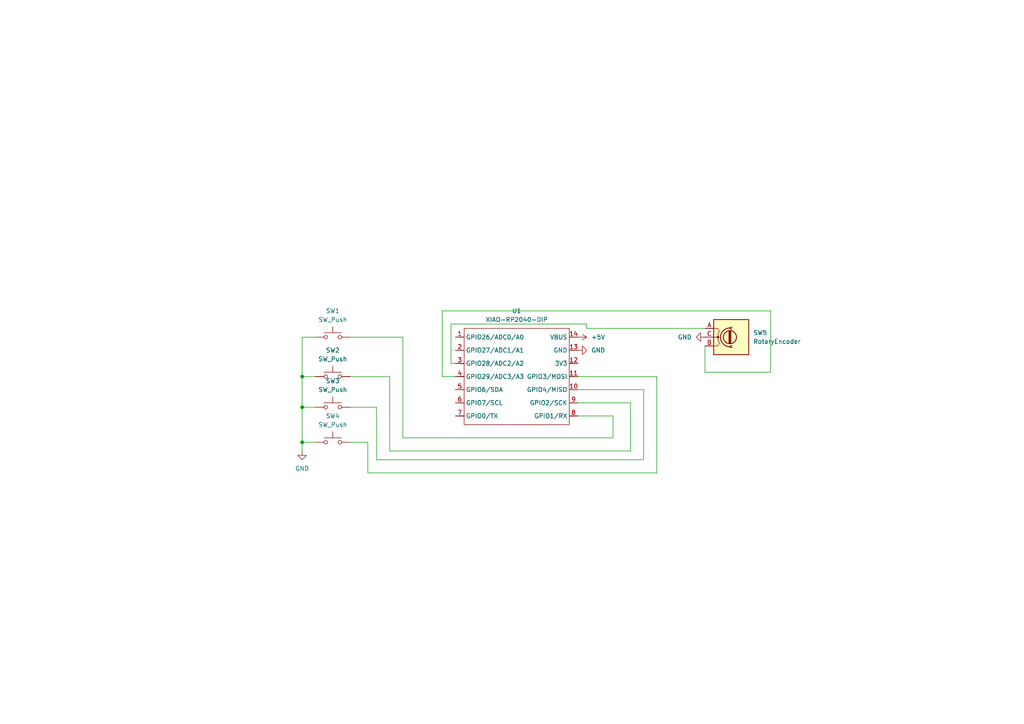
<source format=kicad_sch>
(kicad_sch (version 20250114) (generator "eeschema") (generator_version "9.0")
  (paper "A4")
  (lib_symbols
    (symbol "Device:RotaryEncoder" (pin_names (offset 0.254) (hide yes))
      (property "Reference" "SW" (at 0 6.604 0))
      (property "Value" "RotaryEncoder" (at 0 -6.604 0))
      (symbol "RotaryEncoder_0_1"
        (rectangle (start -5.08 5.08) (end 5.08 -5.08) (stroke (width 0.254)) (fill (type background)))
        (polyline (pts (xy -5.08 2.54) (xy -3.81 2.54) (xy -3.81 2.032)))
        (polyline (pts (xy -5.08 0) (xy -3.81 0) (xy -3.81 -1.016) (xy -3.302 -2.032)))
        (polyline (pts (xy -5.08 -2.54) (xy -3.81 -2.54) (xy -3.81 -2.032)))
        (polyline (pts (xy -4.318 0) (xy -3.81 0) (xy -3.81 1.016) (xy -3.302 2.032)))
        (circle (center -3.81 0) (radius 0.254) (fill (type outline)))
        (polyline (pts (xy -0.635 -1.778) (xy -0.635 1.778)) (stroke (width 0.254)))
        (circle (center -0.381 0) (radius 1.905) (stroke (width 0.254)))
        (polyline (pts (xy -0.381 -1.778) (xy -0.381 1.778)) (stroke (width 0.254)))
        (arc (start -0.381 -2.794) (mid -3.0988 -0.0635) (end -0.381 2.667) (stroke (width 0.254)))
        (polyline (pts (xy -0.127 1.778) (xy -0.127 -1.778)) (stroke (width 0.254)))
        (polyline (pts (xy 0.254 2.921) (xy -0.508 2.667) (xy 0.127 2.286)) (stroke (width 0.254)))
        (polyline (pts (xy 0.254 -3.048) (xy -0.508 -2.794) (xy 0.127 -2.413)) (stroke (width 0.254)))
      )
      (symbol "RotaryEncoder_1_1"
        (pin passive line (at -7.62 2.54 0) (length 2.54) (name "A") (number "A"))
        (pin passive line (at -7.62 0 0) (length 2.54) (name "C") (number "C"))
        (pin passive line (at -7.62 -2.54 0) (length 2.54) (name "B") (number "B"))
      )
    )
    (symbol "OPL Library:XIAO-RP2040-DIP"
      (property "Reference" "U" (at 0 0 0))
      (property "Value" "XIAO-RP2040-DIP" (at 5.334 -1.778 0))
      (symbol "XIAO-RP2040-DIP_1_0"
        (polyline (pts (xy -1.27 -2.54) (xy 29.21 -2.54)) (stroke (width 0.1524)))
        (polyline (pts (xy -1.27 -5.08) (xy -2.54 -5.08)) (stroke (width 0.1524)))
        (polyline (pts (xy -1.27 -5.08) (xy -1.27 -2.54)) (stroke (width 0.1524)))
        (polyline (pts (xy -1.27 -8.89) (xy -2.54 -8.89)) (stroke (width 0.1524)))
        (polyline (pts (xy -1.27 -8.89) (xy -1.27 -5.08)) (stroke (width 0.1524)))
        (polyline (pts (xy -1.27 -12.7) (xy -2.54 -12.7)) (stroke (width 0.1524)))
        (polyline (pts (xy -1.27 -12.7) (xy -1.27 -8.89)) (stroke (width 0.1524)))
        (polyline (pts (xy -1.27 -16.51) (xy -2.54 -16.51)) (stroke (width 0.1524)))
        (polyline (pts (xy -1.27 -16.51) (xy -1.27 -12.7)) (stroke (width 0.1524)))
        (polyline (pts (xy -1.27 -20.32) (xy -2.54 -20.32)) (stroke (width 0.1524)))
        (polyline (pts (xy -1.27 -24.13) (xy -2.54 -24.13)) (stroke (width 0.1524)))
        (polyline (pts (xy -1.27 -27.94) (xy -2.54 -27.94)) (stroke (width 0.1524)))
        (polyline (pts (xy -1.27 -30.48) (xy -1.27 -16.51)) (stroke (width 0.1524)))
        (polyline (pts (xy 29.21 -2.54) (xy 29.21 -5.08)) (stroke (width 0.1524)))
        (polyline (pts (xy 29.21 -5.08) (xy 29.21 -8.89)) (stroke (width 0.1524)))
        (polyline (pts (xy 29.21 -8.89) (xy 29.21 -12.7)) (stroke (width 0.1524)))
        (polyline (pts (xy 29.21 -12.7) (xy 29.21 -30.48)) (stroke (width 0.1524)))
        (polyline (pts (xy 29.21 -30.48) (xy -1.27 -30.48)) (stroke (width 0.1524)))
        (polyline (pts (xy 30.48 -5.08) (xy 29.21 -5.08)) (stroke (width 0.1524)))
        (polyline (pts (xy 30.48 -8.89) (xy 29.21 -8.89)) (stroke (width 0.1524)))
        (polyline (pts (xy 30.48 -12.7) (xy 29.21 -12.7)) (stroke (width 0.1524)))
        (polyline (pts (xy 30.48 -16.51) (xy 29.21 -16.51)) (stroke (width 0.1524)))
        (polyline (pts (xy 30.48 -20.32) (xy 29.21 -20.32)) (stroke (width 0.1524)))
        (polyline (pts (xy 30.48 -24.13) (xy 29.21 -24.13)) (stroke (width 0.1524)))
        (polyline (pts (xy 30.48 -27.94) (xy 29.21 -27.94)) (stroke (width 0.1524)))
        (pin passive line (at -3.81 -5.08 0) (length 2.54) (name "GPIO26/ADC0/A0") (number "1"))
        (pin passive line (at -3.81 -8.89 0) (length 2.54) (name "GPIO27/ADC1/A1") (number "2"))
        (pin passive line (at -3.81 -12.7 0) (length 2.54) (name "GPIO28/ADC2/A2") (number "3"))
        (pin passive line (at -3.81 -16.51 0) (length 2.54) (name "GPIO29/ADC3/A3") (number "4"))
        (pin passive line (at -3.81 -20.32 0) (length 2.54) (name "GPIO6/SDA") (number "5"))
        (pin passive line (at -3.81 -24.13 0) (length 2.54) (name "GPIO7/SCL") (number "6"))
        (pin passive line (at -3.81 -27.94 0) (length 2.54) (name "GPIO0/TX") (number "7"))
        (pin passive line (at 31.75 -5.08 180) (length 2.54) (name "VBUS") (number "14"))
        (pin passive line (at 31.75 -8.89 180) (length 2.54) (name "GND") (number "13"))
        (pin passive line (at 31.75 -12.7 180) (length 2.54) (name "3V3") (number "12"))
        (pin passive line (at 31.75 -16.51 180) (length 2.54) (name "GPIO3/MOSI") (number "11"))
        (pin passive line (at 31.75 -20.32 180) (length 2.54) (name "GPIO4/MISO") (number "10"))
        (pin passive line (at 31.75 -24.13 180) (length 2.54) (name "GPIO2/SCK") (number "9"))
        (pin passive line (at 31.75 -27.94 180) (length 2.54) (name "GPIO1/RX") (number "8"))
      )
    )
    (symbol "Switch:SW_Push" (pin_numbers (hide yes)) (pin_names (offset 1.016) (hide yes))
      (property "Reference" "SW" (at 1.27 2.54 0))
      (property "Value" "SW_Push" (at 0 -1.524 0))
      (symbol "SW_Push_0_1"
        (circle (center -2.032 0) (radius 0.508))
        (polyline (pts (xy 0 1.27) (xy 0 3.048)))
        (circle (center 2.032 0) (radius 0.508))
        (polyline (pts (xy 2.54 1.27) (xy -2.54 1.27)))
        (pin passive line (at -5.08 0 0) (length 2.54) (name "1") (number "1"))
        (pin passive line (at 5.08 0 180) (length 2.54) (name "2") (number "2"))
      )
    )
    (symbol "power:+5V" (power) (pin_numbers (hide yes)) (pin_names (offset 0) (hide yes))
      (property "Value" "+5V" (at 0 3.556 0))
      (symbol "+5V_0_1"
        (polyline (pts (xy -0.762 1.27) (xy 0 2.54)))
        (polyline (pts (xy 0 2.54) (xy 0.762 1.27)))
        (polyline (pts (xy 0 0) (xy 0 2.54)))
      )
      (symbol "+5V_1_1"
        (pin power_in line (at 0 0 90) (length 0) (name "~") (number "1"))
      )
    )
    (symbol "power:GND" (power) (pin_numbers (hide yes)) (pin_names (offset 0) (hide yes))
      (property "Value" "GND" (at 0 -3.81 0))
      (symbol "GND_0_1"
        (polyline (pts (xy 0 0) (xy 0 -1.27) (xy 1.27 -1.27) (xy 0 -2.54) (xy -1.27 -1.27) (xy 0 -1.27)))
      )
      (symbol "GND_1_1"
        (pin power_in line (at 0 0 270) (length 0) (name "~") (number "1"))
      )
    )
  )
  (junction (at 87.63 128.27))
  (junction (at 87.63 109.22))
  (junction (at 87.63 118.11))
  (wire (pts (xy 186.69 133.35) (xy 186.69 113.03)))
  (wire (pts (xy 170.18 95.25) (xy 170.18 93.98)))
  (wire (pts (xy 87.63 128.27) (xy 87.63 130.81)))
  (wire (pts (xy 113.03 130.81) (xy 182.88 130.81)))
  (wire (pts (xy 186.69 113.03) (xy 167.64 113.03)))
  (wire (pts (xy 116.84 97.79) (xy 116.84 127)))
  (wire (pts (xy 109.22 118.11) (xy 109.22 133.35)))
  (wire (pts (xy 91.44 97.79) (xy 87.63 97.79)))
  (wire (pts (xy 190.5 137.16) (xy 190.5 109.22)))
  (wire (pts (xy 87.63 118.11) (xy 87.63 128.27)))
  (wire (pts (xy 182.88 130.81) (xy 182.88 116.84)))
  (wire (pts (xy 101.6 109.22) (xy 113.03 109.22)))
  (wire (pts (xy 101.6 97.79) (xy 116.84 97.79)))
  (wire (pts (xy 113.03 109.22) (xy 113.03 130.81)))
  (wire (pts (xy 109.22 133.35) (xy 186.69 133.35)))
  (wire (pts (xy 177.8 127) (xy 177.8 120.65)))
  (wire (pts (xy 101.6 118.11) (xy 109.22 118.11)))
  (wire (pts (xy 87.63 118.11) (xy 91.44 118.11)))
  (wire (pts (xy 204.47 100.33) (xy 204.47 107.95)))
  (wire (pts (xy 87.63 109.22) (xy 91.44 109.22)))
  (wire (pts (xy 87.63 128.27) (xy 91.44 128.27)))
  (wire (pts (xy 190.5 109.22) (xy 167.64 109.22)))
  (wire (pts (xy 87.63 109.22) (xy 87.63 118.11)))
  (wire (pts (xy 170.18 93.98) (xy 130.81 93.98)))
  (wire (pts (xy 167.64 120.65) (xy 177.8 120.65)))
  (wire (pts (xy 223.52 107.95) (xy 223.52 90.17)))
  (wire (pts (xy 116.84 127) (xy 177.8 127)))
  (wire (pts (xy 128.27 109.22) (xy 132.08 109.22)))
  (wire (pts (xy 182.88 116.84) (xy 167.64 116.84)))
  (wire (pts (xy 101.6 128.27) (xy 106.68 128.27)))
  (wire (pts (xy 130.81 93.98) (xy 130.81 105.41)))
  (wire (pts (xy 223.52 90.17) (xy 128.27 90.17)))
  (wire (pts (xy 204.47 107.95) (xy 223.52 107.95)))
  (wire (pts (xy 130.81 105.41) (xy 132.08 105.41)))
  (wire (pts (xy 106.68 137.16) (xy 190.5 137.16)))
  (wire (pts (xy 170.18 95.25) (xy 204.47 95.25)))
  (wire (pts (xy 106.68 128.27) (xy 106.68 137.16)))
  (wire (pts (xy 128.27 90.17) (xy 128.27 109.22)))
  (wire (pts (xy 87.63 97.79) (xy 87.63 109.22)))
  (symbol (lib_id "OPL Library:XIAO-RP2040-DIP") (at 135.89 92.71 0) (unit 1)
    (property "Reference" "U1" (at 149.86 90.17 0))
    (property "Value" "XIAO-RP2040-DIP" (at 149.86 92.71 0))
    (property "Footprint" "OPL Library Footprint:XIAO-RP2040-DIP" (effects (hide yes)))
  )
  (symbol (lib_id "power:GND") (at 167.64 101.6 90) (unit 1)
    (property "Reference" "#PWR02" (effects (hide yes)))
    (property "Value" "GND" (at 171.45 101.5999 90) (effects (justify right)))
    (property "Description" "Power symbol creates a global label with name \"GND\" , ground" (effects (hide yes)))
  )
  (symbol (lib_id "Switch:SW_Push") (at 96.52 118.11 0) (mirror y) (unit 1)
    (property "Reference" "SW3" (at 96.52 110.49 0))
    (property "Value" "SW_Push" (at 96.52 113.03 0))
    (property "Footprint" "Button_Switch_Keyboard:SW_Cherry_MX_1.00u_PCB" (effects (hide yes)))
    (property "Description" "Push button switch, generic, two pins" (effects (hide yes)))
  )
  (symbol (lib_id "power:GND") (at 204.47 97.79 270) (unit 1)
    (property "Reference" "#PWR06" (effects (hide yes)))
    (property "Value" "GND" (at 200.66 97.7899 90) (effects (justify right)))
    (property "Description" "Power symbol creates a global label with name \"GND\" , ground" (effects (hide yes)))
  )
  (symbol (lib_id "Switch:SW_Push") (at 96.52 109.22 0) (mirror y) (unit 1)
    (property "Reference" "SW2" (at 96.52 101.6 0))
    (property "Value" "SW_Push" (at 96.52 104.14 0))
    (property "Footprint" "Button_Switch_Keyboard:SW_Cherry_MX_1.00u_PCB" (effects (hide yes)))
    (property "Description" "Push button switch, generic, two pins" (effects (hide yes)))
  )
  (symbol (lib_id "power:GND") (at 87.63 130.81 0) (unit 1)
    (property "Reference" "#PWR03" (effects (hide yes)))
    (property "Value" "GND" (at 87.63 135.89 0))
    (property "Description" "Power symbol creates a global label with name \"GND\" , ground" (effects (hide yes)))
  )
  (symbol (lib_id "power:+5V") (at 167.64 97.79 270) (unit 1)
    (property "Reference" "#PWR01" (effects (hide yes)))
    (property "Value" "+5V" (at 171.45 97.7899 90) (effects (justify left)))
    (property "Description" "Power symbol creates a global label with name \"+5V\"" (effects (hide yes)))
  )
  (symbol (lib_id "Switch:SW_Push") (at 96.52 97.79 0) (mirror y) (unit 1)
    (property "Reference" "SW1" (at 96.52 90.17 0))
    (property "Value" "SW_Push" (at 96.52 92.71 0))
    (property "Footprint" "Button_Switch_Keyboard:SW_Cherry_MX_1.00u_PCB" (effects (hide yes)))
    (property "Description" "Push button switch, generic, two pins" (effects (hide yes)))
  )
  (symbol (lib_id "Device:RotaryEncoder") (at 212.09 97.79 0) (unit 1)
    (property "Reference" "SW5" (at 218.44 96.5199 0) (effects (justify left)))
    (property "Value" "RotaryEncoder" (at 218.44 99.0599 0) (effects (justify left)))
    (property "Footprint" "Knob:RotaryEncoder_Alps_EC11E-Switch_Vertical_H20mm_CircularMountingHoles" (effects (hide yes)))
    (property "Description" "Rotary encoder, dual channel, incremental quadrate outputs" (effects (hide yes)))
  )
  (symbol (lib_id "Switch:SW_Push") (at 96.52 128.27 0) (mirror y) (unit 1)
    (property "Reference" "SW4" (at 96.52 120.65 0))
    (property "Value" "SW_Push" (at 96.52 123.19 0))
    (property "Footprint" "Button_Switch_Keyboard:SW_Cherry_MX_1.00u_PCB" (effects (hide yes)))
    (property "Description" "Push button switch, generic, two pins" (effects (hide yes)))
  )
)
</source>
